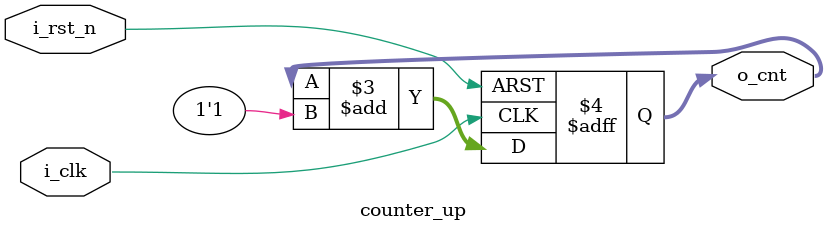
<source format=v>
module counter_up #(
	parameter WIDTH = 8
)(
	input				i_clk,
	input				i_rst_n,
	output	reg	[WIDTH-1:0]	o_cnt
);
	always @(posedge i_clk or negedge i_rst_n) begin
		if(!i_rst_n)
			o_cnt <= {WIDTH{1'b0}};
		else
			o_cnt <= o_cnt + 1'b1 ;
	end

endmodule

</source>
